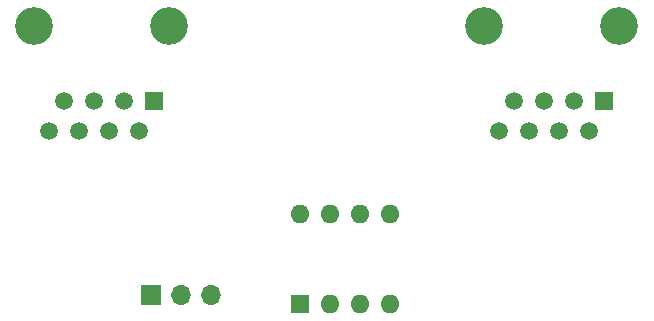
<source format=gbs>
%TF.GenerationSoftware,KiCad,Pcbnew,8.0.4*%
%TF.CreationDate,2024-08-23T02:07:50+01:00*%
%TF.ProjectId,PicoChainATtiny85,5069636f-4368-4616-996e-415474696e79,v1.1*%
%TF.SameCoordinates,Original*%
%TF.FileFunction,Soldermask,Bot*%
%TF.FilePolarity,Negative*%
%FSLAX46Y46*%
G04 Gerber Fmt 4.6, Leading zero omitted, Abs format (unit mm)*
G04 Created by KiCad (PCBNEW 8.0.4) date 2024-08-23 02:07:50*
%MOMM*%
%LPD*%
G01*
G04 APERTURE LIST*
%ADD10C,3.200000*%
%ADD11R,1.500000X1.500000*%
%ADD12C,1.500000*%
%ADD13R,1.700000X1.700000*%
%ADD14O,1.700000X1.700000*%
%ADD15R,1.600000X1.600000*%
%ADD16O,1.600000X1.600000*%
G04 APERTURE END LIST*
D10*
%TO.C,J1*%
X119014500Y-75046000D03*
X107584500Y-75046000D03*
D11*
X117744500Y-81396000D03*
D12*
X116474500Y-83936000D03*
X115204500Y-81396000D03*
X113934500Y-83936000D03*
X112664500Y-81396000D03*
X111394500Y-83936000D03*
X110124500Y-81396000D03*
X108854500Y-83936000D03*
%TD*%
D13*
%TO.C,J3*%
X117460000Y-97790000D03*
D14*
X120000000Y-97790000D03*
X122540000Y-97790000D03*
%TD*%
D15*
%TO.C,U3*%
X130058000Y-98542000D03*
D16*
X132598000Y-98542000D03*
X135138000Y-98542000D03*
X137678000Y-98542000D03*
X137678000Y-90922000D03*
X135138000Y-90922000D03*
X132598000Y-90922000D03*
X130058000Y-90922000D03*
%TD*%
D10*
%TO.C,J2*%
X157114500Y-75046000D03*
X145684500Y-75046000D03*
D11*
X155844500Y-81396000D03*
D12*
X154574500Y-83936000D03*
X153304500Y-81396000D03*
X152034500Y-83936000D03*
X150764500Y-81396000D03*
X149494500Y-83936000D03*
X148224500Y-81396000D03*
X146954500Y-83936000D03*
%TD*%
M02*

</source>
